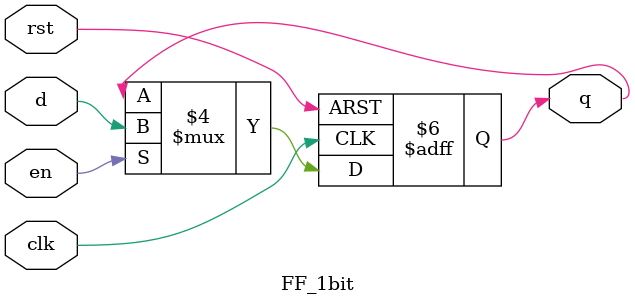
<source format=sv>
`timescale 1ns/1ps
`include "Header.svh"

module FF_1bit( input logic rst, clk, d, en,
            output logic q
            );
             

    always_ff @(posedge clk or negedge rst) begin
        if(!rst)
		q <= 0;
	else begin
		    if (en)
                q <= d;
            else
                q <= q;
          end
    end
       
endmodule

</source>
